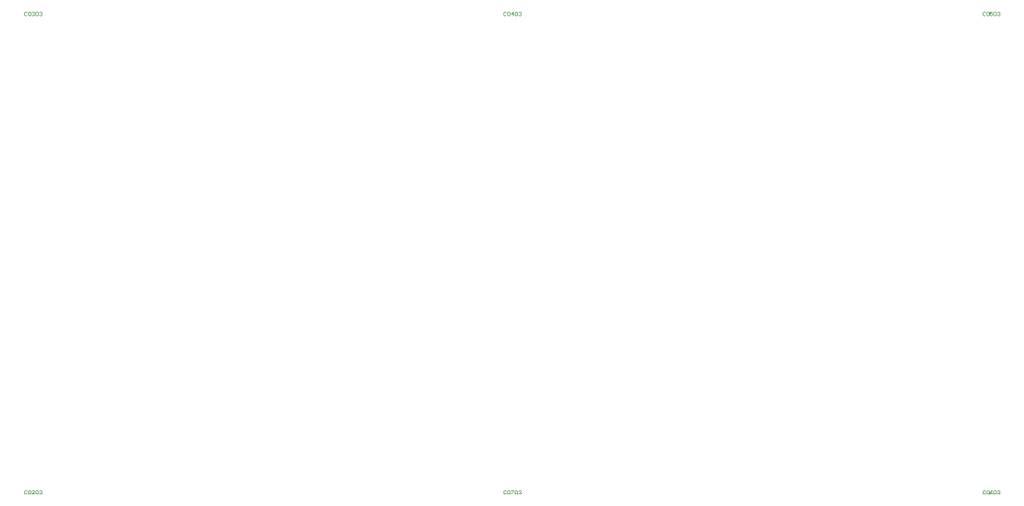
<source format=gbr>
%TF.GenerationSoftware,Altium Limited,Altium Designer,22.5.1 (42)*%
G04 Layer_Color=32896*
%FSLAX26Y26*%
%MOIN*%
%TF.SameCoordinates,0DA79311-8CAD-460E-879A-7D23F4F2BAF0*%
%TF.FilePolarity,Positive*%
%TF.FileFunction,Other,Top_Value*%
%TF.Part,Single*%
G01*
G75*
%TA.AperFunction,NonConductor*%
%ADD34C,0.001000*%
D34*
X1489497Y4146320D02*
X1486217Y4149600D01*
X1479658D01*
X1476378Y4146320D01*
Y4133201D01*
X1479658Y4129921D01*
X1486217D01*
X1489497Y4133201D01*
X1505896Y4149600D02*
X1499336D01*
X1496056Y4146320D01*
Y4133201D01*
X1499336Y4129921D01*
X1505896D01*
X1509176Y4133201D01*
Y4146320D01*
X1505896Y4149600D01*
X1528854Y4129921D02*
X1515735D01*
X1528854Y4143040D01*
Y4146320D01*
X1525574Y4149600D01*
X1519015D01*
X1515735Y4146320D01*
X1535414D02*
X1538694Y4149600D01*
X1545253D01*
X1548533Y4146320D01*
Y4133201D01*
X1545253Y4129921D01*
X1538694D01*
X1535414Y4133201D01*
Y4146320D01*
X1555092D02*
X1558372Y4149600D01*
X1564932D01*
X1568211Y4146320D01*
Y4143040D01*
X1564932Y4139761D01*
X1561652D01*
X1564932D01*
X1568211Y4136481D01*
Y4133201D01*
X1564932Y4129921D01*
X1558372D01*
X1555092Y4133201D01*
X4048552Y4146320D02*
X4045272Y4149600D01*
X4038713D01*
X4035433Y4146320D01*
Y4133201D01*
X4038713Y4129921D01*
X4045272D01*
X4048552Y4133201D01*
X4064951Y4149600D02*
X4058392D01*
X4055112Y4146320D01*
Y4133201D01*
X4058392Y4129921D01*
X4064951D01*
X4068231Y4133201D01*
Y4146320D01*
X4064951Y4149600D01*
X4074790D02*
X4087909D01*
Y4146320D01*
X4074790Y4133201D01*
Y4129921D01*
X4094469Y4146320D02*
X4097749Y4149600D01*
X4104308D01*
X4107588Y4146320D01*
Y4133201D01*
X4104308Y4129921D01*
X4097749D01*
X4094469Y4133201D01*
Y4146320D01*
X4114148D02*
X4117427Y4149600D01*
X4123987D01*
X4127267Y4146320D01*
Y4143040D01*
X4123987Y4139761D01*
X4120707D01*
X4123987D01*
X4127267Y4136481D01*
Y4133201D01*
X4123987Y4129921D01*
X4117427D01*
X4114148Y4133201D01*
X1489497Y6705375D02*
X1486217Y6708655D01*
X1479658D01*
X1476378Y6705375D01*
Y6692256D01*
X1479658Y6688976D01*
X1486217D01*
X1489497Y6692256D01*
X1505896Y6708655D02*
X1499336D01*
X1496056Y6705375D01*
Y6692256D01*
X1499336Y6688976D01*
X1505896D01*
X1509176Y6692256D01*
Y6705375D01*
X1505896Y6708655D01*
X1515735Y6705375D02*
X1519015Y6708655D01*
X1525574D01*
X1528854Y6705375D01*
Y6702096D01*
X1525574Y6698816D01*
X1522295D01*
X1525574D01*
X1528854Y6695536D01*
Y6692256D01*
X1525574Y6688976D01*
X1519015D01*
X1515735Y6692256D01*
X1535414Y6705375D02*
X1538694Y6708655D01*
X1545253D01*
X1548533Y6705375D01*
Y6692256D01*
X1545253Y6688976D01*
X1538694D01*
X1535414Y6692256D01*
Y6705375D01*
X1555092D02*
X1558372Y6708655D01*
X1564932D01*
X1568211Y6705375D01*
Y6702096D01*
X1564932Y6698816D01*
X1561652D01*
X1564932D01*
X1568211Y6695536D01*
Y6692256D01*
X1564932Y6688976D01*
X1558372D01*
X1555092Y6692256D01*
X4048552Y6705375D02*
X4045272Y6708655D01*
X4038713D01*
X4035433Y6705375D01*
Y6692256D01*
X4038713Y6688976D01*
X4045272D01*
X4048552Y6692256D01*
X4064951Y6708655D02*
X4058392D01*
X4055112Y6705375D01*
Y6692256D01*
X4058392Y6688976D01*
X4064951D01*
X4068231Y6692256D01*
Y6705375D01*
X4064951Y6708655D01*
X4084630Y6688976D02*
Y6708655D01*
X4074790Y6698816D01*
X4087909D01*
X4094469Y6705375D02*
X4097749Y6708655D01*
X4104308D01*
X4107588Y6705375D01*
Y6692256D01*
X4104308Y6688976D01*
X4097749D01*
X4094469Y6692256D01*
Y6705375D01*
X4114148D02*
X4117427Y6708655D01*
X4123987D01*
X4127267Y6705375D01*
Y6702096D01*
X4123987Y6698816D01*
X4120707D01*
X4123987D01*
X4127267Y6695536D01*
Y6692256D01*
X4123987Y6688976D01*
X4117427D01*
X4114148Y6692256D01*
X6607607Y6705375D02*
X6604328Y6708655D01*
X6597768D01*
X6594488Y6705375D01*
Y6692256D01*
X6597768Y6688976D01*
X6604328D01*
X6607607Y6692256D01*
X6624006Y6708655D02*
X6617447D01*
X6614167Y6705375D01*
Y6692256D01*
X6617447Y6688976D01*
X6624006D01*
X6627286Y6692256D01*
Y6705375D01*
X6624006Y6708655D01*
X6646965D02*
X6633845D01*
Y6698816D01*
X6640405Y6702096D01*
X6643685D01*
X6646965Y6698816D01*
Y6692256D01*
X6643685Y6688976D01*
X6637125D01*
X6633845Y6692256D01*
X6653524Y6705375D02*
X6656804Y6708655D01*
X6663363D01*
X6666643Y6705375D01*
Y6692256D01*
X6663363Y6688976D01*
X6656804D01*
X6653524Y6692256D01*
Y6705375D01*
X6673203D02*
X6676482Y6708655D01*
X6683042D01*
X6686322Y6705375D01*
Y6702096D01*
X6683042Y6698816D01*
X6679762D01*
X6683042D01*
X6686322Y6695536D01*
Y6692256D01*
X6683042Y6688976D01*
X6676482D01*
X6673203Y6692256D01*
X6607607Y4146320D02*
X6604328Y4149600D01*
X6597768D01*
X6594488Y4146320D01*
Y4133201D01*
X6597768Y4129921D01*
X6604328D01*
X6607607Y4133201D01*
X6624006Y4149600D02*
X6617447D01*
X6614167Y4146320D01*
Y4133201D01*
X6617447Y4129921D01*
X6624006D01*
X6627286Y4133201D01*
Y4146320D01*
X6624006Y4149600D01*
X6646965D02*
X6640405Y4146320D01*
X6633845Y4139761D01*
Y4133201D01*
X6637125Y4129921D01*
X6643685D01*
X6646965Y4133201D01*
Y4136481D01*
X6643685Y4139761D01*
X6633845D01*
X6653524Y4146320D02*
X6656804Y4149600D01*
X6663363D01*
X6666643Y4146320D01*
Y4133201D01*
X6663363Y4129921D01*
X6656804D01*
X6653524Y4133201D01*
Y4146320D01*
X6673203D02*
X6676482Y4149600D01*
X6683042D01*
X6686322Y4146320D01*
Y4143040D01*
X6683042Y4139761D01*
X6679762D01*
X6683042D01*
X6686322Y4136481D01*
Y4133201D01*
X6683042Y4129921D01*
X6676482D01*
X6673203Y4133201D01*
%TF.MD5,6b62ec1478f3f29ec7470007c6973c70*%
M02*

</source>
